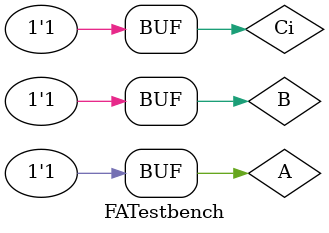
<source format=sv>
module FATestbench;

logic Co, S;
logic A, B, Ci;

FA FullAdd(Co, S, A, B, Ci);

initial
begin
#5ns;
#5ns Ci = 0; B = 0; A = 0;	//{Ci,B,A} = 000		
#5ns A = 1;						//{Ci,B,A} = 001
#5ns B = 1; A = 0; 			//{Ci,B,A} = 010
#5ns A = 1;						//{Ci,B,A} = 011
#5ns Ci = 1; B = 0; A = 0;	//{Ci,B,A} = 100
#5ns A = 1;						//{Ci,B,A} = 101
#5ns B = 1; A = 0;			//{Ci,B,A} = 110
#5ns A = 1;						//{Ci,B,A} = 111
#5ns;
end
endmodule

</source>
